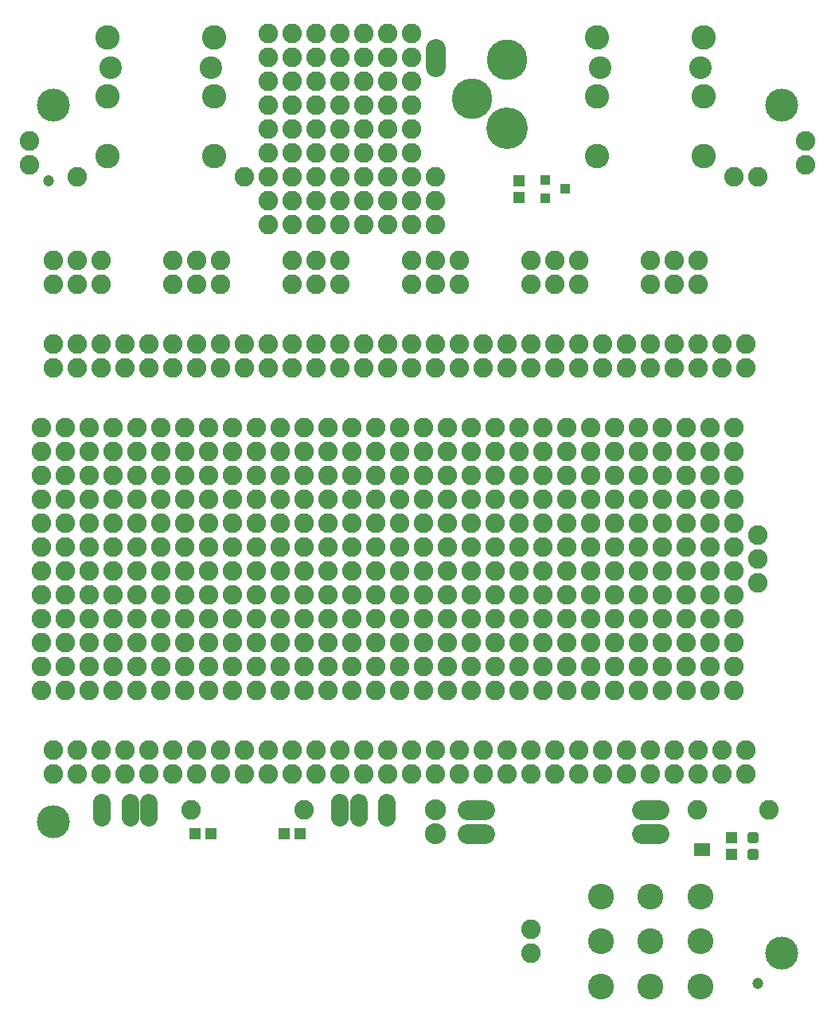
<source format=gbr>
G04 EAGLE Gerber RS-274X export*
G75*
%MOMM*%
%FSLAX34Y34*%
%LPD*%
%INSoldermask Top*%
%IPPOS*%
%AMOC8*
5,1,8,0,0,1.08239X$1,22.5*%
G01*
%ADD10C,2.235200*%
%ADD11C,2.603200*%
%ADD12C,2.403200*%
%ADD13C,2.082800*%
%ADD14R,1.203200X1.303200*%
%ADD15C,2.082800*%
%ADD16R,1.103200X1.003200*%
%ADD17C,3.505200*%
%ADD18C,0.505344*%
%ADD19R,1.303200X1.203200*%
%ADD20R,0.838200X1.473200*%
%ADD21C,2.743200*%
%ADD22C,1.879600*%
%ADD23C,1.203200*%
%ADD24C,4.419200*%
%ADD25C,4.318000*%


D10*
X444500Y228600D03*
X444500Y254000D03*
D11*
X729300Y1012600D03*
X616300Y1075600D03*
X729300Y1075600D03*
X616300Y1012600D03*
X729300Y949600D03*
X616300Y949600D03*
D12*
X725800Y1043600D03*
X619800Y1043600D03*
D11*
X208600Y1012600D03*
X95600Y1075600D03*
X208600Y1075600D03*
X95600Y1012600D03*
X208600Y949600D03*
X95600Y949600D03*
D12*
X205100Y1043600D03*
X99100Y1043600D03*
D13*
X736600Y381000D03*
X736600Y406400D03*
X736600Y431800D03*
X736600Y457200D03*
X736600Y482600D03*
X25400Y381000D03*
X25400Y406400D03*
X25400Y431800D03*
X25400Y457200D03*
X25400Y482600D03*
X127000Y381000D03*
X127000Y406400D03*
X127000Y431800D03*
X127000Y457200D03*
X127000Y482600D03*
X50800Y381000D03*
X50800Y406400D03*
X50800Y431800D03*
X50800Y457200D03*
X50800Y482600D03*
X558800Y558800D03*
X558800Y584200D03*
X558800Y609600D03*
X558800Y635000D03*
X558800Y660400D03*
X762000Y558800D03*
X762000Y584200D03*
X762000Y609600D03*
X762000Y635000D03*
X762000Y660400D03*
X762000Y381000D03*
X762000Y406400D03*
X762000Y431800D03*
X762000Y457200D03*
X762000Y482600D03*
X25400Y558800D03*
X25400Y584200D03*
X25400Y609600D03*
X25400Y635000D03*
X25400Y660400D03*
X76200Y558800D03*
X76200Y584200D03*
X76200Y609600D03*
X76200Y635000D03*
X76200Y660400D03*
X76200Y381000D03*
X76200Y406400D03*
X76200Y431800D03*
X76200Y457200D03*
X76200Y482600D03*
X533400Y558800D03*
X533400Y584200D03*
X533400Y609600D03*
X533400Y635000D03*
X533400Y660400D03*
X736600Y558800D03*
X736600Y584200D03*
X736600Y609600D03*
X736600Y635000D03*
X736600Y660400D03*
X685800Y381000D03*
X685800Y406400D03*
X685800Y431800D03*
X685800Y457200D03*
X685800Y482600D03*
X711200Y381000D03*
X711200Y406400D03*
X711200Y431800D03*
X711200Y457200D03*
X711200Y482600D03*
X127000Y558800D03*
X127000Y584200D03*
X127000Y609600D03*
X127000Y635000D03*
X127000Y660400D03*
X101600Y558800D03*
X101600Y584200D03*
X101600Y609600D03*
X101600Y635000D03*
X101600Y660400D03*
X101600Y381000D03*
X101600Y406400D03*
X101600Y431800D03*
X101600Y457200D03*
X101600Y482600D03*
X508000Y558800D03*
X508000Y584200D03*
X508000Y609600D03*
X508000Y635000D03*
X508000Y660400D03*
X711200Y558800D03*
X711200Y584200D03*
X711200Y609600D03*
X711200Y635000D03*
X711200Y660400D03*
X635000Y381000D03*
X635000Y406400D03*
X635000Y431800D03*
X635000Y457200D03*
X635000Y482600D03*
X660400Y381000D03*
X660400Y406400D03*
X660400Y431800D03*
X660400Y457200D03*
X660400Y482600D03*
X152400Y558800D03*
X152400Y584200D03*
X152400Y609600D03*
X152400Y635000D03*
X152400Y660400D03*
X228600Y381000D03*
X228600Y406400D03*
X228600Y431800D03*
X228600Y457200D03*
X228600Y482600D03*
X355600Y558800D03*
X355600Y584200D03*
X355600Y609600D03*
X355600Y635000D03*
X355600Y660400D03*
X482600Y558800D03*
X482600Y584200D03*
X482600Y609600D03*
X482600Y635000D03*
X482600Y660400D03*
X685800Y558800D03*
X685800Y584200D03*
X685800Y609600D03*
X685800Y635000D03*
X685800Y660400D03*
X584200Y381000D03*
X584200Y406400D03*
X584200Y431800D03*
X584200Y457200D03*
X584200Y482600D03*
X609600Y381000D03*
X609600Y406400D03*
X609600Y431800D03*
X609600Y457200D03*
X609600Y482600D03*
X152400Y381000D03*
X152400Y406400D03*
X152400Y431800D03*
X152400Y457200D03*
X152400Y482600D03*
X228600Y558800D03*
X228600Y584200D03*
X228600Y609600D03*
X228600Y635000D03*
X228600Y660400D03*
X330200Y558800D03*
X330200Y584200D03*
X330200Y609600D03*
X330200Y635000D03*
X330200Y660400D03*
X457200Y558800D03*
X457200Y584200D03*
X457200Y609600D03*
X457200Y635000D03*
X457200Y660400D03*
X660400Y558800D03*
X660400Y584200D03*
X660400Y609600D03*
X660400Y635000D03*
X660400Y660400D03*
X533400Y381000D03*
X533400Y406400D03*
X533400Y431800D03*
X533400Y457200D03*
X533400Y482600D03*
X558800Y381000D03*
X558800Y406400D03*
X558800Y431800D03*
X558800Y457200D03*
X558800Y482600D03*
X177800Y381000D03*
X177800Y406400D03*
X177800Y431800D03*
X177800Y457200D03*
X177800Y482600D03*
X254000Y381000D03*
X254000Y406400D03*
X254000Y431800D03*
X254000Y457200D03*
X254000Y482600D03*
X304800Y558800D03*
X304800Y584200D03*
X304800Y609600D03*
X304800Y635000D03*
X304800Y660400D03*
X431800Y558800D03*
X431800Y584200D03*
X431800Y609600D03*
X431800Y635000D03*
X431800Y660400D03*
X635000Y558800D03*
X635000Y584200D03*
X635000Y609600D03*
X635000Y635000D03*
X635000Y660400D03*
X482600Y381000D03*
X482600Y406400D03*
X482600Y431800D03*
X482600Y457200D03*
X482600Y482600D03*
X508000Y381000D03*
X508000Y406400D03*
X508000Y431800D03*
X508000Y457200D03*
X508000Y482600D03*
X177800Y558800D03*
X177800Y584200D03*
X177800Y609600D03*
X177800Y635000D03*
X177800Y660400D03*
X254000Y558800D03*
X254000Y584200D03*
X254000Y609600D03*
X254000Y635000D03*
X254000Y660400D03*
X355600Y381000D03*
X355600Y406400D03*
X355600Y431800D03*
X355600Y457200D03*
X355600Y482600D03*
X406400Y558800D03*
X406400Y584200D03*
X406400Y609600D03*
X406400Y635000D03*
X406400Y660400D03*
X609600Y558800D03*
X609600Y584200D03*
X609600Y609600D03*
X609600Y635000D03*
X609600Y660400D03*
X431800Y381000D03*
X431800Y406400D03*
X431800Y431800D03*
X431800Y457200D03*
X431800Y482600D03*
X457200Y381000D03*
X457200Y406400D03*
X457200Y431800D03*
X457200Y457200D03*
X457200Y482600D03*
X203200Y381000D03*
X203200Y406400D03*
X203200Y431800D03*
X203200Y457200D03*
X203200Y482600D03*
X279400Y381000D03*
X279400Y406400D03*
X279400Y431800D03*
X279400Y457200D03*
X279400Y482600D03*
X330200Y381000D03*
X330200Y406400D03*
X330200Y431800D03*
X330200Y457200D03*
X330200Y482600D03*
X381000Y558800D03*
X381000Y584200D03*
X381000Y609600D03*
X381000Y635000D03*
X381000Y660400D03*
X584200Y558800D03*
X584200Y584200D03*
X584200Y609600D03*
X584200Y635000D03*
X584200Y660400D03*
X381000Y381000D03*
X381000Y406400D03*
X381000Y431800D03*
X381000Y457200D03*
X381000Y482600D03*
X406400Y381000D03*
X406400Y406400D03*
X406400Y431800D03*
X406400Y457200D03*
X406400Y482600D03*
X203200Y558800D03*
X203200Y584200D03*
X203200Y609600D03*
X203200Y635000D03*
X203200Y660400D03*
X279400Y558800D03*
X279400Y584200D03*
X279400Y609600D03*
X279400Y635000D03*
X279400Y660400D03*
X304800Y381000D03*
X304800Y406400D03*
X304800Y431800D03*
X304800Y457200D03*
X304800Y482600D03*
X50800Y558800D03*
X50800Y584200D03*
X50800Y609600D03*
X50800Y635000D03*
X50800Y660400D03*
X38100Y292100D03*
X63500Y292100D03*
X88900Y292100D03*
X114300Y292100D03*
X139700Y292100D03*
X165100Y292100D03*
X190500Y292100D03*
X215900Y292100D03*
X241300Y292100D03*
X266700Y292100D03*
X292100Y292100D03*
X317500Y292100D03*
X342900Y292100D03*
X368300Y292100D03*
X393700Y292100D03*
X419100Y292100D03*
X444500Y292100D03*
X469900Y292100D03*
X495300Y292100D03*
X520700Y292100D03*
X546100Y292100D03*
X571500Y292100D03*
X596900Y292100D03*
X622300Y292100D03*
X647700Y292100D03*
X673100Y292100D03*
X698500Y292100D03*
X723900Y292100D03*
X749300Y292100D03*
X774700Y292100D03*
X38100Y317500D03*
X63500Y317500D03*
X88900Y317500D03*
X114300Y317500D03*
X139700Y317500D03*
X165100Y317500D03*
X190500Y317500D03*
X215900Y317500D03*
X241300Y317500D03*
X266700Y317500D03*
X292100Y317500D03*
X317500Y317500D03*
X342900Y317500D03*
X368300Y317500D03*
X393700Y317500D03*
X419100Y317500D03*
X444500Y317500D03*
X469900Y317500D03*
X495300Y317500D03*
X520700Y317500D03*
X546100Y317500D03*
X571500Y317500D03*
X596900Y317500D03*
X622300Y317500D03*
X647700Y317500D03*
X673100Y317500D03*
X698500Y317500D03*
X723900Y317500D03*
X749300Y317500D03*
X774700Y317500D03*
X38100Y749300D03*
X63500Y749300D03*
X88900Y749300D03*
X114300Y749300D03*
X139700Y749300D03*
X165100Y749300D03*
X190500Y749300D03*
X215900Y749300D03*
X241300Y749300D03*
X266700Y749300D03*
X292100Y749300D03*
X317500Y749300D03*
X342900Y749300D03*
X368300Y749300D03*
X393700Y749300D03*
X419100Y749300D03*
X444500Y749300D03*
X469900Y749300D03*
X495300Y749300D03*
X520700Y749300D03*
X546100Y749300D03*
X571500Y749300D03*
X596900Y749300D03*
X622300Y749300D03*
X647700Y749300D03*
X673100Y749300D03*
X698500Y749300D03*
X723900Y749300D03*
X749300Y749300D03*
X774700Y749300D03*
X38100Y723900D03*
X63500Y723900D03*
X88900Y723900D03*
X114300Y723900D03*
X139700Y723900D03*
X165100Y723900D03*
X190500Y723900D03*
X215900Y723900D03*
X241300Y723900D03*
X266700Y723900D03*
X292100Y723900D03*
X317500Y723900D03*
X342900Y723900D03*
X368300Y723900D03*
X393700Y723900D03*
X419100Y723900D03*
X444500Y723900D03*
X469900Y723900D03*
X495300Y723900D03*
X520700Y723900D03*
X546100Y723900D03*
X571500Y723900D03*
X596900Y723900D03*
X622300Y723900D03*
X647700Y723900D03*
X673100Y723900D03*
X698500Y723900D03*
X723900Y723900D03*
X749300Y723900D03*
X774700Y723900D03*
D14*
X759460Y207400D03*
X759460Y224400D03*
D15*
X682498Y254000D02*
X663702Y254000D01*
X663702Y228600D02*
X682498Y228600D01*
X497078Y254000D02*
X478282Y254000D01*
X478282Y228600D02*
X497078Y228600D01*
D16*
X561500Y923900D03*
X561500Y904900D03*
X582500Y914400D03*
D14*
X533400Y905900D03*
X533400Y922900D03*
D13*
X25400Y533400D03*
X50800Y533400D03*
X76200Y533400D03*
X101600Y533400D03*
X127000Y533400D03*
X152400Y533400D03*
X177800Y533400D03*
X203200Y533400D03*
X228600Y533400D03*
X254000Y533400D03*
X279400Y533400D03*
X304800Y533400D03*
X330200Y533400D03*
X355600Y533400D03*
X381000Y533400D03*
X406400Y533400D03*
X431800Y533400D03*
X457200Y533400D03*
X482600Y533400D03*
X508000Y533400D03*
X533400Y533400D03*
X558800Y533400D03*
X584200Y533400D03*
X609600Y533400D03*
X635000Y533400D03*
X660400Y533400D03*
X685800Y533400D03*
X711200Y533400D03*
X736600Y533400D03*
X762000Y533400D03*
X25400Y508000D03*
X50800Y508000D03*
X76200Y508000D03*
X101600Y508000D03*
X127000Y508000D03*
X152400Y508000D03*
X177800Y508000D03*
X203200Y508000D03*
X228600Y508000D03*
X254000Y508000D03*
X279400Y508000D03*
X304800Y508000D03*
X330200Y508000D03*
X355600Y508000D03*
X381000Y508000D03*
X406400Y508000D03*
X431800Y508000D03*
X457200Y508000D03*
X482600Y508000D03*
X508000Y508000D03*
X533400Y508000D03*
X558800Y508000D03*
X584200Y508000D03*
X609600Y508000D03*
X635000Y508000D03*
X660400Y508000D03*
X685800Y508000D03*
X711200Y508000D03*
X736600Y508000D03*
X762000Y508000D03*
X38100Y812800D03*
X63500Y812800D03*
X88900Y812800D03*
X38100Y838200D03*
X63500Y838200D03*
X88900Y838200D03*
X165100Y838200D03*
X190500Y838200D03*
X215900Y838200D03*
X165100Y812800D03*
X190500Y812800D03*
X215900Y812800D03*
X292100Y838200D03*
X317500Y838200D03*
X342900Y838200D03*
X292100Y812800D03*
X317500Y812800D03*
X342900Y812800D03*
X419100Y838200D03*
X444500Y838200D03*
X469900Y838200D03*
X419100Y812800D03*
X444500Y812800D03*
X469900Y812800D03*
X546100Y838200D03*
X571500Y838200D03*
X596900Y838200D03*
X546100Y812800D03*
X571500Y812800D03*
X596900Y812800D03*
X673100Y838200D03*
X698500Y838200D03*
X723900Y838200D03*
X673100Y812800D03*
X698500Y812800D03*
X723900Y812800D03*
X787400Y495300D03*
X787400Y520700D03*
X787400Y546100D03*
D17*
X812800Y101600D03*
X812800Y1003300D03*
X38100Y1003300D03*
X38100Y241300D03*
D13*
X444500Y876300D03*
X444500Y901700D03*
X444500Y927100D03*
D18*
X778830Y210620D02*
X785810Y210620D01*
X785810Y203640D01*
X778830Y203640D01*
X778830Y210620D01*
X778830Y208440D02*
X785810Y208440D01*
X785810Y228160D02*
X778830Y228160D01*
X785810Y228160D02*
X785810Y221180D01*
X778830Y221180D01*
X778830Y228160D01*
X778830Y225980D02*
X785810Y225980D01*
D19*
X283600Y228600D03*
X300600Y228600D03*
X205350Y228600D03*
X188350Y228600D03*
D20*
X723591Y212090D03*
X731829Y212090D03*
D21*
X620100Y162300D03*
X620100Y114300D03*
X620100Y66300D03*
X673100Y162300D03*
X673100Y114300D03*
X673100Y66300D03*
X726100Y162300D03*
X726100Y114300D03*
X726100Y66300D03*
D13*
X762000Y927100D03*
X241300Y927100D03*
X266700Y876300D03*
X266700Y901700D03*
X266700Y927100D03*
X266700Y952500D03*
X266700Y977900D03*
X266700Y1003300D03*
X266700Y1028700D03*
X266700Y1054100D03*
X266700Y1079500D03*
X292100Y876300D03*
X292100Y901700D03*
X292100Y927100D03*
X292100Y952500D03*
X292100Y977900D03*
X292100Y1003300D03*
X292100Y1028700D03*
X292100Y1054100D03*
X292100Y1079500D03*
X317500Y876300D03*
X317500Y901700D03*
X317500Y927100D03*
X317500Y952500D03*
X317500Y977900D03*
X317500Y1003300D03*
X317500Y1028700D03*
X317500Y1054100D03*
X317500Y1079500D03*
X342900Y876300D03*
X342900Y901700D03*
X342900Y927100D03*
X342900Y952500D03*
X342900Y977900D03*
X342900Y1003300D03*
X342900Y1028700D03*
X342900Y1054100D03*
X342900Y1079500D03*
X368300Y876300D03*
X368300Y901700D03*
X368300Y927100D03*
X368300Y952500D03*
X368300Y977900D03*
X368300Y1003300D03*
X368300Y1028700D03*
X368300Y1054100D03*
X368300Y1079500D03*
X393700Y876300D03*
X393700Y901700D03*
X393700Y927100D03*
X393700Y952500D03*
X393700Y977900D03*
X393700Y1003300D03*
X393700Y1028700D03*
X393700Y1054100D03*
X393700Y1079500D03*
X419100Y876300D03*
X419100Y901700D03*
X419100Y927100D03*
X419100Y952500D03*
X419100Y977900D03*
X419100Y1003300D03*
X419100Y1028700D03*
X419100Y1054100D03*
X419100Y1079500D03*
X798830Y254000D03*
X722630Y254000D03*
X63500Y927100D03*
X787400Y927100D03*
X12700Y965200D03*
X12700Y939800D03*
D22*
X139700Y262382D02*
X139700Y245618D01*
X119700Y245618D02*
X119700Y262382D01*
X89700Y262382D02*
X89700Y245618D01*
X342900Y245618D02*
X342900Y262382D01*
X362900Y262382D02*
X362900Y245618D01*
X392900Y245618D02*
X392900Y262382D01*
D13*
X184150Y254000D03*
X304800Y254000D03*
X546100Y101600D03*
X546100Y127000D03*
X838200Y939800D03*
X838200Y965200D03*
D23*
X33020Y923290D03*
X787400Y69850D03*
D24*
X520700Y978822D03*
D25*
X520446Y1052030D03*
X483084Y1010600D03*
D15*
X444500Y1044702D02*
X444500Y1063498D01*
M02*

</source>
